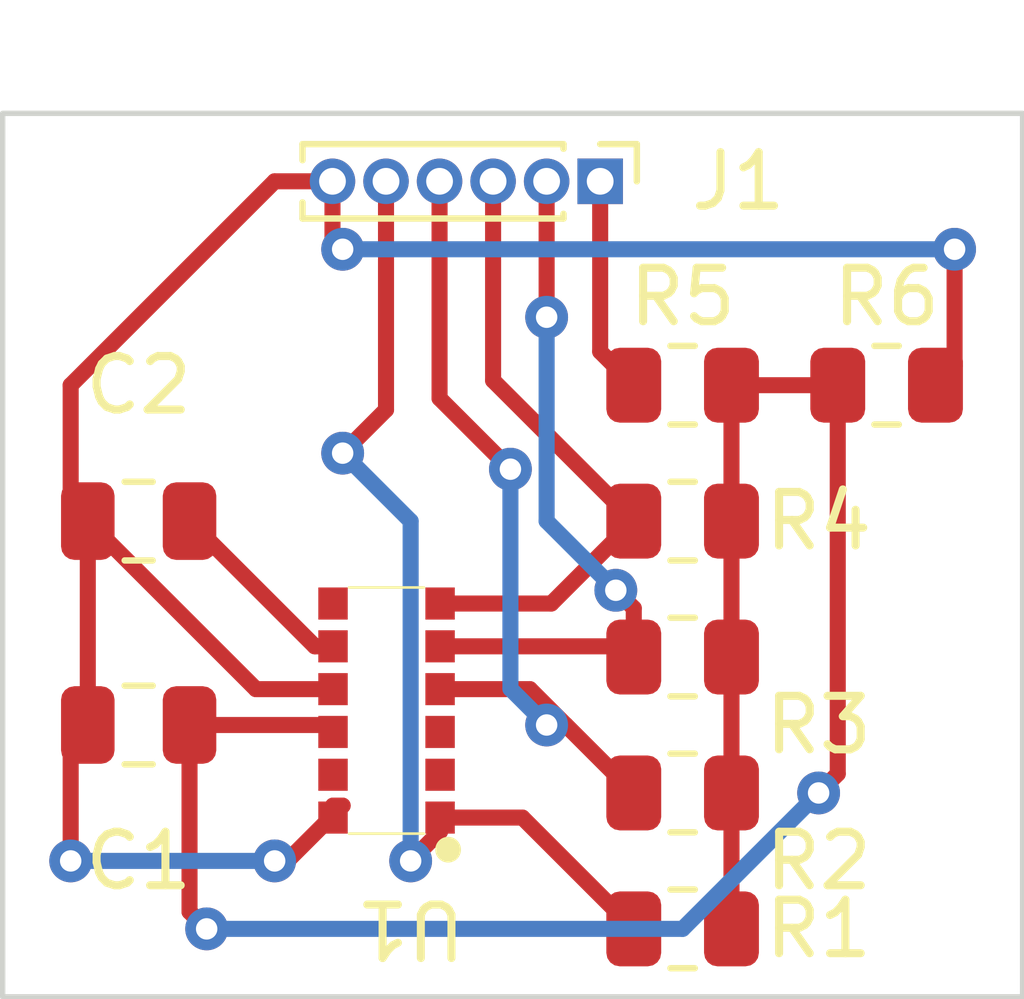
<source format=kicad_pcb>
(kicad_pcb (version 20211014) (generator pcbnew)
  (layers (0 "F.Cu" signal) (31 "B.Cu" signal) (34 "B.Paste" user) (35 "F.Paste" user) (36 "B.SilkS" user "B.Silkscreen") (37 "F.SilkS" user "F.Silkscreen") (38 "B.Mask" user) (39 "F.Mask" user) (44 "Edge.Cuts" user))
  (net 0 "")
  (net 1 "2.8V")
  (net 2 "GND")
  (net 3 "Net-(C2-Pad1)")
  (net 4 "3V3")
  (net 5 "SDA")
  (net 6 "SCL")
  (net 7 "GPIO0")
  (net 8 "GPIO1")
  (footprint "Resistor_SMD:R_0805_2012Metric" (layer "F.Cu") (at 154.94 82.55 180)
    (fp_text reference "R2" (at -2.54 -1.27) (layer "F.SilkS"))
    (fp_text value "47k" hide)
    (fp_line (start -0.227064 -0.735) (end 0.227064 -0.735) (layer "F.SilkS") (width 0.12))
    (fp_line (start -0.227064 0.735) (end 0.227064 0.735) (layer "F.SilkS") (width 0.12))
    (pad "1" smd roundrect (at -0.9125 0 180) (size 1.025 1.4) (layers "F.Cu" "F.Paste" "F.Mask") (roundrect_rratio 0.243902) (net 1 "2.8V"))
    (pad "2" smd roundrect (at 0.9125 0 180) (size 1.025 1.4) (layers "F.Cu" "F.Paste" "F.Mask") (roundrect_rratio 0.243902) (net 7 "GPIO0"))
  )
  (footprint "Capacitor_SMD:C_0805_2012Metric" (layer "F.Cu") (at 144.78 77.47 180)
    (fp_text reference "C2" (at 0 2.54) (layer "F.SilkS"))
    (fp_text value "4.7uF" hide)
    (fp_line (start -0.261252 0.735) (end 0.261252 0.735) (layer "F.SilkS") (width 0.12))
    (fp_line (start -0.261252 -0.735) (end 0.261252 -0.735) (layer "F.SilkS") (width 0.12))
    (pad "1" smd roundrect (at -0.95 0 180) (size 1 1.45) (layers "F.Cu" "F.Paste" "F.Mask") (net 3 "Net-(C2-Pad1)"))
    (pad "2" smd roundrect (at 0.95 0 180) (size 1 1.45) (layers "F.Cu" "F.Paste" "F.Mask") (net 2 "GND"))
  )
  (footprint "Resistor_SMD:R_0805_2012Metric" (layer "F.Cu") (at 154.94 77.47 180)
    (fp_text reference "R4" (at -2.54 0) (layer "F.SilkS"))
    (fp_text value "10k" hide)
    (fp_line (start -0.227064 0.735) (end 0.227064 0.735) (layer "F.SilkS") (width 0.12))
    (fp_line (start -0.227064 -0.735) (end 0.227064 -0.735) (layer "F.SilkS") (width 0.12))
    (pad "1" smd roundrect (at -0.9125 0 180) (size 1.025 1.4) (layers "F.Cu" "F.Paste" "F.Mask") (roundrect_rratio 0.243902) (net 1 "2.8V"))
    (pad "2" smd roundrect (at 0.9125 0 180) (size 1.025 1.4) (layers "F.Cu" "F.Paste" "F.Mask") (roundrect_rratio 0.243902) (net 6 "SCL"))
  )
  (footprint "Resistor_SMD:R_0805_2012Metric" (layer "F.Cu") (at 154.94 80.01 180)
    (fp_text reference "R3" (at -2.54 -1.27) (layer "F.SilkS"))
    (fp_text value "10k" hide)
    (fp_line (start -0.227064 0.735) (end 0.227064 0.735) (layer "F.SilkS") (width 0.12))
    (fp_line (start -0.227064 -0.735) (end 0.227064 -0.735) (layer "F.SilkS") (width 0.12))
    (pad "1" smd roundrect (at -0.9125 0 180) (size 1.025 1.4) (layers "F.Cu" "F.Paste" "F.Mask") (roundrect_rratio 0.243902) (net 1 "2.8V"))
    (pad "2" smd roundrect (at 0.9125 0 180) (size 1.025 1.4) (layers "F.Cu" "F.Paste" "F.Mask") (roundrect_rratio 0.243902) (net 5 "SDA"))
  )
  (footprint "Resistor_SMD:R_0805_2012Metric" (layer "F.Cu") (at 158.75 74.93)
    (fp_text reference "R6" (at 0 -1.65) (layer "F.SilkS"))
    (fp_text value "28k" hide)
    (fp_line (start -0.227064 0.735) (end 0.227064 0.735) (layer "F.SilkS") (width 0.12))
    (fp_line (start -0.227064 -0.735) (end 0.227064 -0.735) (layer "F.SilkS") (width 0.12))
    (pad "1" smd roundrect (at -0.9125 0) (size 1.025 1.4) (layers "F.Cu" "F.Paste" "F.Mask") (roundrect_rratio 0.243902) (net 1 "2.8V"))
    (pad "2" smd roundrect (at 0.9125 0) (size 1.025 1.4) (layers "F.Cu" "F.Paste" "F.Mask") (roundrect_rratio 0.243902) (net 2 "GND"))
  )
  (footprint "Connector_PinHeader_1.00mm:PinHeader_1x06_P1.00mm_Vertical" (layer "F.Cu") (at 153.4 71.12 -90)
    (fp_text reference "J1" (at 0 -2.58 180) (layer "F.SilkS"))
    (fp_text value "Header 1x6")
    (fp_line (start 0.695 0.685) (end 0.695 5.56) (layer "F.SilkS") (width 0.12))
    (fp_line (start 0.394493 5.56) (end 0.695 5.56) (layer "F.SilkS") (width 0.12))
    (fp_line (start -0.695 0.685) (end -0.608276 0.685) (layer "F.SilkS") (width 0.12))
    (fp_line (start 0.608276 0.685) (end 0.695 0.685) (layer "F.SilkS") (width 0.12))
    (fp_line (start -0.695 0.685) (end -0.695 5.56) (layer "F.SilkS") (width 0.12))
    (fp_line (start -0.695 -0.685) (end 0 -0.685) (layer "F.SilkS") (width 0.12))
    (fp_line (start -0.695 5.56) (end -0.394493 5.56) (layer "F.SilkS") (width 0.12))
    (fp_line (start -0.695 0) (end -0.695 -0.685) (layer "F.SilkS") (width 0.12))
    (pad "1" thru_hole rect (at 0 0 270) (size 0.85 0.85) (drill 0.5) (layers *.Cu *.Mask) (net 4 "3V3"))
    (pad "2" thru_hole oval (at 0 1 270) (size 0.85 0.85) (drill 0.5) (layers *.Cu *.Mask) (net 5 "SDA"))
    (pad "3" thru_hole oval (at 0 2 270) (size 0.85 0.85) (drill 0.5) (layers *.Cu *.Mask) (net 6 "SCL"))
    (pad "4" thru_hole oval (at 0 3 270) (size 0.85 0.85) (drill 0.5) (layers *.Cu *.Mask) (net 7 "GPIO0"))
    (pad "5" thru_hole oval (at 0 4 270) (size 0.85 0.85) (drill 0.5) (layers *.Cu *.Mask) (net 8 "GPIO1"))
    (pad "6" thru_hole oval (at 0 5 270) (size 0.85 0.85) (drill 0.5) (layers *.Cu *.Mask) (net 2 "GND"))
  )
  (footprint "Capacitor_SMD:C_0805_2012Metric" (layer "F.Cu") (at 144.78 81.28 180)
    (fp_text reference "C1" (at 0 -2.54) (layer "F.SilkS"))
    (fp_text value "100nF" hide)
    (fp_line (start -0.261252 0.735) (end 0.261252 0.735) (layer "F.SilkS") (width 0.12))
    (fp_line (start -0.261252 -0.735) (end 0.261252 -0.735) (layer "F.SilkS") (width 0.12))
    (pad "1" smd roundrect (at -0.95 0 180) (size 1 1.45) (layers "F.Cu" "F.Paste" "F.Mask") (net 1 "2.8V"))
    (pad "2" smd roundrect (at 0.95 0 180) (size 1 1.45) (layers "F.Cu" "F.Paste" "F.Mask") (net 2 "GND"))
  )
  (footprint "Resistor_SMD:R_0805_2012Metric" (layer "F.Cu") (at 154.94 85.09 180)
    (fp_text reference "R1" (at -2.54 0) (layer "F.SilkS"))
    (fp_text value "47k" hide)
    (fp_line (start -0.227064 0.735) (end 0.227064 0.735) (layer "F.SilkS") (width 0.12))
    (fp_line (start -0.227064 -0.735) (end 0.227064 -0.735) (layer "F.SilkS") (width 0.12))
    (pad "1" smd roundrect (at -0.9125 0 180) (size 1.025 1.4) (layers "F.Cu" "F.Paste" "F.Mask") (roundrect_rratio 0.243902) (net 1 "2.8V"))
    (pad "2" smd roundrect (at 0.9125 0 180) (size 1.025 1.4) (layers "F.Cu" "F.Paste" "F.Mask") (roundrect_rratio 0.243902) (net 8 "GPIO1"))
  )
  (footprint "Sensor:vl6180" (layer "F.Cu") (at 149.86 80.01 180)
    (fp_text reference "U1" (at 0 -5.08 180 unlocked) (layer "F.SilkS"))
    (fp_text value "VL6180" hide)
    (fp_line (start -0.25 1.3) (end 1.15 1.3) (layer "F.SilkS") (width 0.05))
    (fp_line (start -0.25 -3.3) (end 1.15 -3.3) (layer "F.SilkS") (width 0.05))
    (fp_circle (center -0.7 -3.6) (end -0.519722 -3.6) (layer "F.SilkS") (width 0.12) (fill solid))
    (pad "1" smd custom (at -0.55 -3 90) (size 0.6 0.55) (layers "F.Cu" "F.Paste" "F.Mask") (net 8 "GPIO1") (options (clearance outline) (anchor rect)) (primitives))
    (pad "2" smd custom (at -0.55 -2.2 90) (size 0.6 0.55) (layers "F.Cu" "F.Paste" "F.Mask") (options (clearance outline) (anchor rect)) (primitives))
    (pad "3" smd custom (at -0.55 -1.4 90) (size 0.6 0.55) (layers "F.Cu" "F.Paste" "F.Mask") (options (clearance outline) (anchor rect)) (primitives))
    (pad "4" smd custom (at -0.55 -0.6 90) (size 0.6 0.55) (layers "F.Cu" "F.Paste" "F.Mask") (net 7 "GPIO0") (options (clearance outline) (anchor rect)) (primitives))
    (pad "5" smd custom (at -0.55 0.2 90) (size 0.6 0.55) (layers "F.Cu" "F.Paste" "F.Mask") (net 5 "SDA") (options (clearance outline) (anchor rect)) (primitives))
    (pad "6" smd custom (at -0.55 1 90) (size 0.6 0.55) (layers "F.Cu" "F.Paste" "F.Mask") (net 6 "SCL") (options (clearance outline) (anchor rect)) (primitives))
    (pad "7" smd custom (at 1.45 1 90) (size 0.6 0.55) (layers "F.Cu" "F.Paste" "F.Mask") (options (clearance outline) (anchor rect)) (primitives))
    (pad "8" smd custom (at 1.45 0.2 90) (size 0.6 0.55) (layers "F.Cu" "F.Paste" "F.Mask") (net 3 "Net-(C2-Pad1)") (options (clearance outline) (anchor rect)) (primitives))
    (pad "9" smd custom (at 1.45 -0.6 90) (size 0.6 0.55) (layers "F.Cu" "F.Paste" "F.Mask") (net 2 "GND") (options (clearance outline) (anchor rect)) (primitives))
    (pad "10" smd custom (at 1.45 -1.4 90) (size 0.6 0.55) (layers "F.Cu" "F.Paste" "F.Mask") (net 1 "2.8V") (options (clearance outline) (anchor rect)) (primitives))
    (pad "11" smd custom (at 1.45 -2.2 90) (size 0.6 0.55) (layers "F.Cu" "F.Paste" "F.Mask") (options (clearance outline) (anchor rect)) (primitives))
    (pad "12" smd custom (at 1.45 -3 90) (size 0.6 0.55) (layers "F.Cu" "F.Paste" "F.Mask") (net 2 "GND") (options (clearance outline) (anchor rect)) (primitives))
  )
  (footprint "Resistor_SMD:R_0805_2012Metric" (layer "F.Cu") (at 154.94 74.93)
    (fp_text reference "R5" (at 0 -1.65) (layer "F.SilkS"))
    (fp_text value "5k" hide)
    (fp_line (start -0.227064 -0.735) (end 0.227064 -0.735) (layer "F.SilkS") (width 0.12))
    (fp_line (start -0.227064 0.735) (end 0.227064 0.735) (layer "F.SilkS") (width 0.12))
    (pad "1" smd roundrect (at -0.9125 0) (size 1.025 1.4) (layers "F.Cu" "F.Paste" "F.Mask") (roundrect_rratio 0.243902) (net 4 "3V3"))
    (pad "2" smd roundrect (at 0.9125 0) (size 1.025 1.4) (layers "F.Cu" "F.Paste" "F.Mask") (roundrect_rratio 0.243902) (net 1 "2.8V"))
  )
  (gr_rect (start 142.24 69.85) (end 161.29 86.36) (layer "Edge.Cuts") (width 0.1) (fill none))
  (segment (start 155.8525 82.55) (end 155.8525 85.09) (width 0.3) (layer "F.Cu") (net 1))
  (segment (start 145.73 81.28) (end 148.28 81.28) (width 0.3) (layer "F.Cu") (net 1))
  (segment (start 155.8525 80.01) (end 155.8525 82.55) (width 0.3) (layer "F.Cu") (net 1))
  (segment (start 145.73 81.28) (end 145.73 84.77) (width 0.3) (layer "F.Cu") (net 1))
  (segment (start 145.73 84.77) (end 146.05 85.09) (width 0.3) (layer "F.Cu") (net 1))
  (segment (start 157.8375 74.93) (end 157.8375 82.1925) (width 0.3) (layer "F.Cu") (net 1))
  (segment (start 155.8525 77.47) (end 155.8525 80.01) (width 0.3) (layer "F.Cu") (net 1))
  (segment (start 157.8375 82.1925) (end 157.48 82.55) (width 0.3) (layer "F.Cu") (net 1))
  (segment (start 155.8525 74.93) (end 155.8525 77.47) (width 0.3) (layer "F.Cu") (net 1))
  (segment (start 155.8525 74.93) (end 157.8375 74.93) (width 0.3) (layer "F.Cu") (net 1))
  (segment (start 148.28 81.28) (end 148.41 81.41) (width 0.3) (layer "F.Cu") (net 1))
  (via (at 146.05 85.09) (size 0.8) (drill 0.4) (layers "F.Cu" "B.Cu") (net 1))
  (via (at 157.48 82.55) (size 0.8) (drill 0.4) (layers "F.Cu" "B.Cu") (net 1))
  (segment (start 154.94 85.09) (end 146.05 85.09) (width 0.3) (layer "B.Cu") (net 1))
  (segment (start 157.48 82.55) (end 154.94 85.09) (width 0.3) (layer "B.Cu") (net 1))
  (segment (start 146.97 80.61) (end 148.41 80.61) (width 0.3) (layer "F.Cu") (net 2))
  (segment (start 148.4 71.12) (end 148.4 72.2) (width 0.3) (layer "F.Cu") (net 2))
  (segment (start 143.51 81.6) (end 143.83 81.28) (width 0.3) (layer "F.Cu") (net 2))
  (segment (start 147.32 71.12) (end 143.51 74.93) (width 0.3) (layer "F.Cu") (net 2))
  (segment (start 143.51 74.93) (end 143.51 77.15) (width 0.3) (layer "F.Cu") (net 2))
  (segment (start 143.83 77.47) (end 146.97 80.61) (width 0.3) (layer "F.Cu") (net 2))
  (segment (start 148.41 83.01) (end 148.41 82.787) (width 0.3) (layer "F.Cu") (net 2))
  (segment (start 143.51 77.15) (end 143.83 77.47) (width 0.3) (layer "F.Cu") (net 2))
  (segment (start 148.4 72.2) (end 148.59 72.39) (width 0.3) (layer "F.Cu") (net 2))
  (segment (start 148.4 71.12) (end 147.32 71.12) (width 0.3) (layer "F.Cu") (net 2))
  (segment (start 147.557 83.82) (end 147.32 83.82) (width 0.3) (layer "F.Cu") (net 2))
  (segment (start 143.51 83.82) (end 143.51 81.6) (width 0.3) (layer "F.Cu") (net 2))
  (segment (start 148.59 82.787) (end 147.557 83.82) (width 0.3) (layer "F.Cu") (net 2))
  (segment (start 143.83 77.47) (end 143.83 81.28) (width 0.3) (layer "F.Cu") (net 2))
  (segment (start 160.02 74.5725) (end 159.6625 74.93) (width 0.3) (layer "F.Cu") (net 2))
  (segment (start 160.02 72.39) (end 160.02 74.5725) (width 0.3) (layer "F.Cu") (net 2))
  (segment (start 148.41 82.787) (end 148.59 82.787) (width 0.3) (layer "F.Cu") (net 2))
  (via (at 147.32 83.82) (size 0.8) (drill 0.4) (layers "F.Cu" "B.Cu") (net 2))
  (via (at 143.51 83.82) (size 0.8) (drill 0.4) (layers "F.Cu" "B.Cu") (net 2))
  (via (at 148.59 72.39) (size 0.8) (drill 0.4) (layers "F.Cu" "B.Cu") (net 2))
  (via (at 160.02 72.39) (size 0.8) (drill 0.4) (layers "F.Cu" "B.Cu") (net 2))
  (segment (start 148.59 72.39) (end 160.02 72.39) (width 0.3) (layer "B.Cu") (net 2))
  (segment (start 147.32 83.82) (end 143.51 83.82) (width 0.3) (layer "B.Cu") (net 2))
  (segment (start 145.73 77.47) (end 148.07 79.81) (width 0.3) (layer "F.Cu") (net 3))
  (segment (start 148.07 79.81) (end 148.41 79.81) (width 0.3) (layer "F.Cu") (net 3))
  (segment (start 154.0275 74.93) (end 153.4 74.3025) (width 0.3) (layer "F.Cu") (net 4))
  (segment (start 153.4 74.3025) (end 153.4 71.12) (width 0.3) (layer "F.Cu") (net 4))
  (segment (start 152.4 73.66) (end 152.4 71.12) (width 0.3) (layer "F.Cu") (net 5))
  (segment (start 154.0275 80.01) (end 153.8275 79.81) (width 0.3) (layer "F.Cu") (net 5))
  (segment (start 153.8275 79.81) (end 150.41 79.81) (width 0.3) (layer "F.Cu") (net 5))
  (segment (start 154.0275 79.0975) (end 153.692108 78.762108) (width 0.3) (layer "F.Cu") (net 5))
  (segment (start 154.0275 80.01) (end 154.0275 79.0975) (width 0.3) (layer "F.Cu") (net 5))
  (via (at 152.4 73.66) (size 0.8) (drill 0.4) (layers "F.Cu" "B.Cu") (net 5))
  (via (at 153.692108 78.762108) (size 0.8) (drill 0.4) (layers "F.Cu" "B.Cu") (net 5))
  (segment (start 153.692108 78.762108) (end 152.4 77.47) (width 0.3) (layer "B.Cu") (net 5))
  (segment (start 152.4 77.47) (end 152.4 73.66) (width 0.3) (layer "B.Cu") (net 5))
  (segment (start 154.0275 77.47) (end 151.4 74.8425) (width 0.3) (layer "F.Cu") (net 6))
  (segment (start 152.4875 79.01) (end 154.0275 77.47) (width 0.3) (layer "F.Cu") (net 6))
  (segment (start 151.4 74.8425) (end 151.4 71.12) (width 0.3) (layer "F.Cu") (net 6))
  (segment (start 150.41 79.01) (end 152.4875 79.01) (width 0.3) (layer "F.Cu") (net 6))
  (segment (start 152.7575 81.28) (end 154.0275 82.55) (width 0.3) (layer "F.Cu") (net 7))
  (segment (start 152.0875 80.61) (end 154.0275 82.55) (width 0.3) (layer "F.Cu") (net 7))
  (segment (start 150.4 75.176108) (end 151.7235 76.499608) (width 0.3) (layer "F.Cu") (net 7))
  (segment (start 150.41 80.61) (end 152.0875 80.61) (width 0.3) (layer "F.Cu") (net 7))
  (segment (start 152.4 81.28) (end 152.7575 81.28) (width 0.3) (layer "F.Cu") (net 7))
  (segment (start 150.4 71.12) (end 150.4 75.176108) (width 0.3) (layer "F.Cu") (net 7))
  (via (at 152.4 81.28) (size 0.8) (drill 0.4) (layers "F.Cu" "B.Cu") (net 7))
  (via (at 151.7235 76.499608) (size 0.8) (drill 0.4) (layers "F.Cu" "B.Cu") (net 7))
  (segment (start 151.7235 80.6035) (end 152.4 81.28) (width 0.3) (layer "B.Cu") (net 7))
  (segment (start 151.7235 76.499608) (end 151.7235 80.6035) (width 0.3) (layer "B.Cu") (net 7))
  (segment (start 150.41 83.01) (end 150.41 83.27) (width 0.3) (layer "F.Cu") (net 8))
  (segment (start 150.41 83.27) (end 149.86 83.82) (width 0.3) (layer "F.Cu") (net 8))
  (segment (start 151.9475 83.01) (end 154.0275 85.09) (width 0.3) (layer "F.Cu") (net 8))
  (segment (start 148.59 76.2) (end 149.4 75.39) (width 0.3) (layer "F.Cu") (net 8))
  (segment (start 149.4 75.39) (end 149.4 71.12) (width 0.3) (layer "F.Cu") (net 8))
  (segment (start 150.41 83.01) (end 151.9475 83.01) (width 0.3) (layer "F.Cu") (net 8))
  (via (at 148.59 76.2) (size 0.8) (drill 0.4) (layers "F.Cu" "B.Cu") (net 8))
  (via (at 149.86 83.82) (size 0.8) (drill 0.4) (layers "F.Cu" "B.Cu") (net 8))
  (segment (start 149.86 77.47) (end 148.59 76.2) (width 0.3) (layer "B.Cu") (net 8))
  (segment (start 149.86 83.82) (end 149.86 77.47) (width 0.3) (layer "B.Cu") (net 8))
)
</source>
